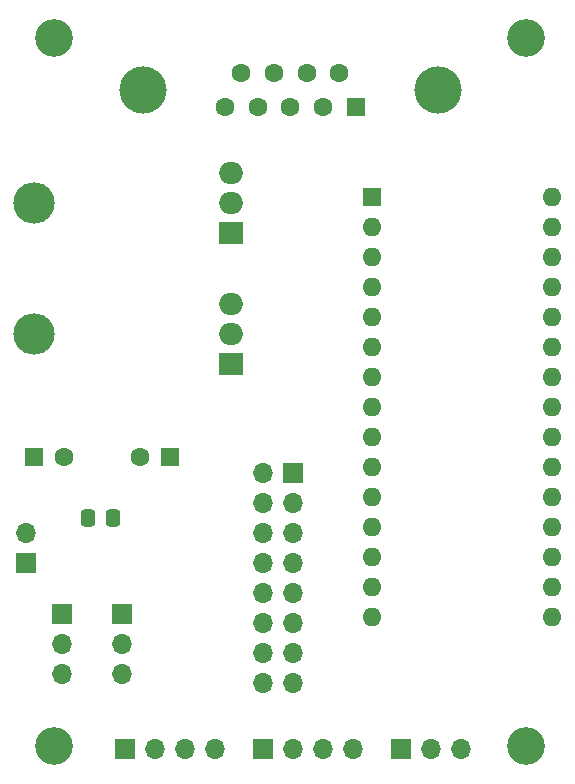
<source format=gbr>
%TF.GenerationSoftware,KiCad,Pcbnew,(6.0.9)*%
%TF.CreationDate,2023-05-08T16:49:11+02:00*%
%TF.ProjectId,onstepPiConnector,6f6e7374-6570-4506-9943-6f6e6e656374,rev?*%
%TF.SameCoordinates,Original*%
%TF.FileFunction,Soldermask,Top*%
%TF.FilePolarity,Negative*%
%FSLAX46Y46*%
G04 Gerber Fmt 4.6, Leading zero omitted, Abs format (unit mm)*
G04 Created by KiCad (PCBNEW (6.0.9)) date 2023-05-08 16:49:11*
%MOMM*%
%LPD*%
G01*
G04 APERTURE LIST*
G04 Aperture macros list*
%AMRoundRect*
0 Rectangle with rounded corners*
0 $1 Rounding radius*
0 $2 $3 $4 $5 $6 $7 $8 $9 X,Y pos of 4 corners*
0 Add a 4 corners polygon primitive as box body*
4,1,4,$2,$3,$4,$5,$6,$7,$8,$9,$2,$3,0*
0 Add four circle primitives for the rounded corners*
1,1,$1+$1,$2,$3*
1,1,$1+$1,$4,$5*
1,1,$1+$1,$6,$7*
1,1,$1+$1,$8,$9*
0 Add four rect primitives between the rounded corners*
20,1,$1+$1,$2,$3,$4,$5,0*
20,1,$1+$1,$4,$5,$6,$7,0*
20,1,$1+$1,$6,$7,$8,$9,0*
20,1,$1+$1,$8,$9,$2,$3,0*%
G04 Aperture macros list end*
%ADD10R,1.700000X1.700000*%
%ADD11O,1.700000X1.700000*%
%ADD12O,3.500000X3.500000*%
%ADD13R,2.000000X1.905000*%
%ADD14O,2.000000X1.905000*%
%ADD15C,4.000000*%
%ADD16R,1.600000X1.600000*%
%ADD17C,1.600000*%
%ADD18RoundRect,0.250000X-0.337500X-0.475000X0.337500X-0.475000X0.337500X0.475000X-0.337500X0.475000X0*%
%ADD19O,1.600000X1.600000*%
%ADD20C,3.200000*%
G04 APERTURE END LIST*
D10*
%TO.C,J2*%
X60198000Y-71882000D03*
D11*
X57658000Y-71882000D03*
X60198000Y-74422000D03*
X57658000Y-74422000D03*
X60198000Y-76962000D03*
X57658000Y-76962000D03*
X60198000Y-79502000D03*
X57658000Y-79502000D03*
X60198000Y-82042000D03*
X57658000Y-82042000D03*
X60198000Y-84582000D03*
X57658000Y-84582000D03*
X60198000Y-87122000D03*
X57658000Y-87122000D03*
X60198000Y-89662000D03*
X57658000Y-89662000D03*
%TD*%
D12*
%TO.C,U1*%
X38340000Y-60040000D03*
D13*
X55000000Y-62580000D03*
D14*
X55000000Y-60040000D03*
X55000000Y-57500000D03*
%TD*%
D12*
%TO.C,Q1*%
X38340000Y-48960000D03*
D13*
X55000000Y-51500000D03*
D14*
X55000000Y-48960000D03*
X55000000Y-46420000D03*
%TD*%
D10*
%TO.C,VCC PEC*%
X45720000Y-83820000D03*
D11*
X45720000Y-86360000D03*
X45720000Y-88900000D03*
%TD*%
D10*
%TO.C,VCC I2C*%
X40640000Y-83820000D03*
D11*
X40640000Y-86360000D03*
X40640000Y-88900000D03*
%TD*%
D10*
%TO.C,PEC*%
X69357000Y-95225000D03*
D11*
X71897000Y-95225000D03*
X74437000Y-95225000D03*
%TD*%
%TO.C,Motor*%
X53594000Y-95250000D03*
X51054000Y-95250000D03*
X48514000Y-95250000D03*
D10*
X45974000Y-95250000D03*
%TD*%
D11*
%TO.C,I2C*%
X65278000Y-95250000D03*
X62738000Y-95250000D03*
X60198000Y-95250000D03*
D10*
X57658000Y-95250000D03*
%TD*%
%TO.C,Power*%
X37592000Y-79502000D03*
D11*
X37592000Y-76962000D03*
%TD*%
D15*
%TO.C,J1*%
X47510000Y-39410331D03*
X72510000Y-39410331D03*
D16*
X65550000Y-40830331D03*
D17*
X62780000Y-40830331D03*
X60010000Y-40830331D03*
X57240000Y-40830331D03*
X54470000Y-40830331D03*
X64165000Y-37990331D03*
X61395000Y-37990331D03*
X58625000Y-37990331D03*
X55855000Y-37990331D03*
%TD*%
D18*
%TO.C,C3*%
X42883000Y-75692000D03*
X44958000Y-75692000D03*
%TD*%
D16*
%TO.C,C2*%
X38347349Y-70500000D03*
D17*
X40847349Y-70500000D03*
%TD*%
D16*
%TO.C,C1*%
X49784000Y-70500000D03*
D17*
X47284000Y-70500000D03*
%TD*%
D16*
%TO.C,A1*%
X66890000Y-48450000D03*
D19*
X66890000Y-50990000D03*
X66890000Y-53530000D03*
X66890000Y-56070000D03*
X66890000Y-58610000D03*
X66890000Y-61150000D03*
X66890000Y-63690000D03*
X66890000Y-66230000D03*
X66890000Y-68770000D03*
X66890000Y-71310000D03*
X66890000Y-73850000D03*
X66890000Y-76390000D03*
X66890000Y-78930000D03*
X66890000Y-81470000D03*
X66890000Y-84010000D03*
X82130000Y-84010000D03*
X82130000Y-81470000D03*
X82130000Y-78930000D03*
X82130000Y-76390000D03*
X82130000Y-73850000D03*
X82130000Y-71310000D03*
X82130000Y-68770000D03*
X82130000Y-66230000D03*
X82130000Y-63690000D03*
X82130000Y-61150000D03*
X82130000Y-58610000D03*
X82130000Y-56070000D03*
X82130000Y-53530000D03*
X82130000Y-50990000D03*
X82130000Y-48450000D03*
%TD*%
D20*
%TO.C,REF\u002A\u002A*%
X40000000Y-95000000D03*
%TD*%
%TO.C,REF\u002A\u002A*%
X80000000Y-35000000D03*
%TD*%
%TO.C,REF\u002A\u002A*%
X40000000Y-35000000D03*
%TD*%
%TO.C,REF\u002A\u002A*%
X80000000Y-95000000D03*
%TD*%
M02*

</source>
